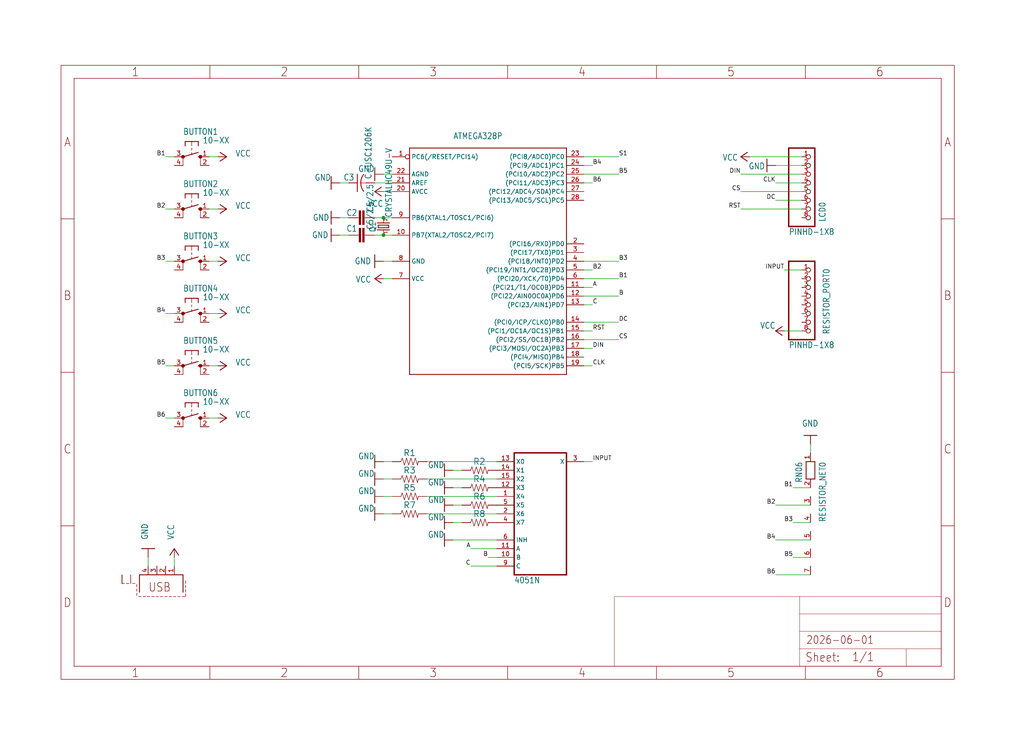
<source format=kicad_sch>
(kicad_sch (version 20231120) (generator "eeschema") (generator_version "8.0")
  (paper "User" 298.45 217.322)
  (lib_symbols
    (symbol "ohmmeter-eagle-import:10-XX"
      (property "Reference" "S" (at -6.35 -2.54 90))
      (symbol "10-XX_1_0"
        (circle (center 0 -2.54) (radius 0.127) (stroke (width 0.4064)))
        (polyline (pts (xy -4.445 -1.905) (xy -3.175 -1.905)) (stroke (width 0.254)))
        (polyline (pts (xy -4.445 0) (xy -4.445 -1.905)) (stroke (width 0.254)))
        (polyline (pts (xy -4.445 0) (xy -3.175 0)) (stroke (width 0.1524)))
        (polyline (pts (xy -4.445 1.905) (xy -4.445 0)) (stroke (width 0.254)))
        (polyline (pts (xy -4.445 1.905) (xy -3.175 1.905)) (stroke (width 0.254)))
        (polyline (pts (xy -2.54 0) (xy -1.905 0)) (stroke (width 0.1524)))
        (polyline (pts (xy -1.27 0) (xy -0.635 0)) (stroke (width 0.1524)))
        (polyline (pts (xy 0 -2.54) (xy -1.27 1.905)) (stroke (width 0.254)))
        (polyline (pts (xy 0 1.905) (xy 0 2.54)) (stroke (width 0.254)))
        (polyline (pts (xy 2.54 -2.54) (xy 0 -2.54)) (stroke (width 0.1524)))
        (polyline (pts (xy 2.54 2.54) (xy 0 2.54)) (stroke (width 0.1524)))
        (circle (center 0 2.54) (radius 0.127) (stroke (width 0.4064)))
        (pin passive line (at 0 5.08 270) (length 2.54) (name "S") (number "1"))
        (pin passive line (at 2.54 5.08 270) (length 2.54) (name "S1") (number "2"))
        (pin passive line (at 0 -5.08 90) (length 2.54) (name "P") (number "3"))
        (pin passive line (at 2.54 -5.08 90) (length 2.54) (name "P1") (number "4"))
      )
    )
    (symbol "ohmmeter-eagle-import:4051N"
      (property "Reference" "IC" (at -2.54 -0.635 0))
      (symbol "4051N_1_0"
        (polyline (pts (xy -7.62 -17.78) (xy 7.62 -17.78)) (stroke (width 0.4064)))
        (polyline (pts (xy -7.62 17.78) (xy -7.62 -17.78)) (stroke (width 0.4064)))
        (polyline (pts (xy 7.62 -17.78) (xy 7.62 17.78)) (stroke (width 0.4064)))
        (polyline (pts (xy 7.62 17.78) (xy -7.62 17.78)) (stroke (width 0.4064)))
        (pin bidirectional line (at -12.7 5.08 0) (length 5.08) (name "X4") (number "1"))
        (pin input line (at -12.7 -12.7 0) (length 5.08) (name "B") (number "10"))
        (pin input line (at -12.7 -10.16 0) (length 5.08) (name "A") (number "11"))
        (pin bidirectional line (at -12.7 7.62 0) (length 5.08) (name "X3") (number "12"))
        (pin bidirectional line (at -12.7 15.24 0) (length 5.08) (name "X0") (number "13"))
        (pin bidirectional line (at -12.7 12.7 0) (length 5.08) (name "X1") (number "14"))
        (pin bidirectional line (at -12.7 10.16 0) (length 5.08) (name "X2") (number "15"))
        (pin bidirectional line (at -12.7 0 0) (length 5.08) (name "X6") (number "2"))
        (pin bidirectional line (at 12.7 15.24 180) (length 5.08) (name "X") (number "3"))
        (pin bidirectional line (at -12.7 -2.54 0) (length 5.08) (name "X7") (number "4"))
        (pin bidirectional line (at -12.7 2.54 0) (length 5.08) (name "X5") (number "5"))
        (pin input line (at -12.7 -7.62 0) (length 5.08) (name "INH") (number "6"))
        (pin input line (at -12.7 -15.24 0) (length 5.08) (name "C") (number "9"))
      )
      (symbol "4051N_2_0"
        (text "GND" (at 1.905 -5.842 900) (effects (font (size 1.27 1.0795)) (justify left bottom)))
        (text "VCC" (at 1.905 2.54 900) (effects (font (size 1.27 1.0795)) (justify left bottom)))
        (text "VEE" (at -3.175 -5.842 900) (effects (font (size 1.27 1.0795)) (justify left bottom)))
        (pin power_in line (at 0 7.62 270) (length 5.08) (name "VCC") (number "16"))
        (pin power_in line (at -5.08 -7.62 90) (length 5.08) (name "VEE") (number "7"))
        (pin power_in line (at 0 -7.62 90) (length 5.08) (name "GND") (number "8"))
      )
    )
    (symbol "ohmmeter-eagle-import:A4L-LOC"
      (symbol "A4L-LOC_1_0"
        (polyline (pts (xy 0 44.7675) (xy 3.81 44.7675)))
        (polyline (pts (xy 0 89.535) (xy 3.81 89.535)))
        (polyline (pts (xy 0 134.3025) (xy 3.81 134.3025)))
        (polyline (pts (xy 3.81 3.81) (xy 3.81 175.26)))
        (polyline (pts (xy 43.3917 0) (xy 43.3917 3.81)))
        (polyline (pts (xy 43.3917 175.26) (xy 43.3917 179.07)))
        (polyline (pts (xy 86.7833 0) (xy 86.7833 3.81)))
        (polyline (pts (xy 86.7833 175.26) (xy 86.7833 179.07)))
        (polyline (pts (xy 130.175 0) (xy 130.175 3.81)))
        (polyline (pts (xy 130.175 175.26) (xy 130.175 179.07)))
        (polyline (pts (xy 161.29 3.81) (xy 161.29 24.13)) (stroke (width 0.1016)))
        (polyline (pts (xy 161.29 24.13) (xy 215.265 24.13)) (stroke (width 0.1016)))
        (polyline (pts (xy 173.5667 0) (xy 173.5667 3.81)))
        (polyline (pts (xy 173.5667 175.26) (xy 173.5667 179.07)))
        (polyline (pts (xy 215.265 8.89) (xy 215.265 3.81)) (stroke (width 0.1016)))
        (polyline (pts (xy 215.265 8.89) (xy 215.265 13.97)) (stroke (width 0.1016)))
        (polyline (pts (xy 215.265 13.97) (xy 215.265 19.05)) (stroke (width 0.1016)))
        (polyline (pts (xy 215.265 13.97) (xy 256.54 13.97)) (stroke (width 0.1016)))
        (polyline (pts (xy 215.265 19.05) (xy 215.265 24.13)) (stroke (width 0.1016)))
        (polyline (pts (xy 215.265 19.05) (xy 256.54 19.05)) (stroke (width 0.1016)))
        (polyline (pts (xy 215.265 24.13) (xy 256.54 24.13)) (stroke (width 0.1016)))
        (polyline (pts (xy 216.9583 0) (xy 216.9583 3.81)))
        (polyline (pts (xy 216.9583 175.26) (xy 216.9583 179.07)))
        (polyline (pts (xy 246.38 3.81) (xy 246.38 8.89)) (stroke (width 0.1016)))
        (polyline (pts (xy 246.38 8.89) (xy 215.265 8.89)) (stroke (width 0.1016)))
        (polyline (pts (xy 246.38 8.89) (xy 256.54 8.89)) (stroke (width 0.1016)))
        (polyline (pts (xy 256.54 3.81) (xy 3.81 3.81)))
        (polyline (pts (xy 256.54 3.81) (xy 256.54 8.89)) (stroke (width 0.1016)))
        (polyline (pts (xy 256.54 3.81) (xy 256.54 175.26)))
        (polyline (pts (xy 256.54 8.89) (xy 256.54 13.97)) (stroke (width 0.1016)))
        (polyline (pts (xy 256.54 13.97) (xy 256.54 19.05)) (stroke (width 0.1016)))
        (polyline (pts (xy 256.54 19.05) (xy 256.54 24.13)) (stroke (width 0.1016)))
        (polyline (pts (xy 256.54 44.7675) (xy 260.35 44.7675)))
        (polyline (pts (xy 256.54 89.535) (xy 260.35 89.535)))
        (polyline (pts (xy 256.54 134.3025) (xy 260.35 134.3025)))
        (polyline (pts (xy 256.54 175.26) (xy 3.81 175.26)))
        (polyline (pts (xy 0 0) (xy 260.35 0) (xy 260.35 179.07) (xy 0 179.07) (xy 0 0)))
        (text "${#}/${##}" (at 230.505 5.08 0) (effects (font (size 2.54 2.159)) (justify left bottom)))
        (text "${CURRENT_DATE}" (at 217.17 10.16 0) (effects (font (size 2.286 1.9431)) (justify left bottom)))
        (text "${PROJECTNAME}" (at 217.17 15.24 0) (effects (font (size 2.54 2.159)) (justify left bottom)))
        (text "1" (at 21.6958 1.905 0) (effects (font (size 2.54 2.286))))
        (text "1" (at 21.6958 177.165 0) (effects (font (size 2.54 2.286))))
        (text "2" (at 65.0875 1.905 0) (effects (font (size 2.54 2.286))))
        (text "2" (at 65.0875 177.165 0) (effects (font (size 2.54 2.286))))
        (text "3" (at 108.4792 1.905 0) (effects (font (size 2.54 2.286))))
        (text "3" (at 108.4792 177.165 0) (effects (font (size 2.54 2.286))))
        (text "4" (at 151.8708 1.905 0) (effects (font (size 2.54 2.286))))
        (text "4" (at 151.8708 177.165 0) (effects (font (size 2.54 2.286))))
        (text "5" (at 195.2625 1.905 0) (effects (font (size 2.54 2.286))))
        (text "5" (at 195.2625 177.165 0) (effects (font (size 2.54 2.286))))
        (text "6" (at 238.6542 1.905 0) (effects (font (size 2.54 2.286))))
        (text "6" (at 238.6542 177.165 0) (effects (font (size 2.54 2.286))))
        (text "A" (at 1.905 156.6863 0) (effects (font (size 2.54 2.286))))
        (text "A" (at 258.445 156.6863 0) (effects (font (size 2.54 2.286))))
        (text "B" (at 1.905 111.9188 0) (effects (font (size 2.54 2.286))))
        (text "B" (at 258.445 111.9188 0) (effects (font (size 2.54 2.286))))
        (text "C" (at 1.905 67.1513 0) (effects (font (size 2.54 2.286))))
        (text "C" (at 258.445 67.1513 0) (effects (font (size 2.54 2.286))))
        (text "D" (at 1.905 22.3838 0) (effects (font (size 2.54 2.286))))
        (text "D" (at 258.445 22.3838 0) (effects (font (size 2.54 2.286))))
        (text "Sheet:" (at 216.916 4.953 0) (effects (font (size 2.54 2.159)) (justify left bottom)))
      )
    )
    (symbol "ohmmeter-eagle-import:ATMEGA328P"
      (property "Reference" "IC" (at -17.78 -40.64 0))
      (symbol "ATMEGA328P_1_0"
        (polyline (pts (xy -17.78 -35.56) (xy -17.78 30.48)) (stroke (width 0.254)))
        (polyline (pts (xy -17.78 30.48) (xy 27.94 30.48)) (stroke (width 0.254)))
        (polyline (pts (xy 27.94 -35.56) (xy -17.78 -35.56)) (stroke (width 0.254)))
        (polyline (pts (xy 27.94 30.48) (xy 27.94 -35.56)) (stroke (width 0.254)))
        (pin bidirectional inverted (at -22.86 27.94 0) (length 5.08) (name "PC6(/RESET/PCI14)") (number "1"))
        (pin bidirectional line (at -22.86 5.08 0) (length 5.08) (name "PB7(XTAL2/TOSC2/PCI7)") (number "10"))
        (pin bidirectional line (at 33.02 -10.16 180) (length 5.08) (name "(PCI21/T1/OC0B)PD5") (number "11"))
        (pin bidirectional line (at 33.02 -12.7 180) (length 5.08) (name "(PCI22/AIN0OC0A)PD6") (number "12"))
        (pin bidirectional line (at 33.02 -15.24 180) (length 5.08) (name "(PCI23/AIN1)PD7") (number "13"))
        (pin bidirectional line (at 33.02 -20.32 180) (length 5.08) (name "(PCI0/ICP/CLKO)PB0") (number "14"))
        (pin bidirectional line (at 33.02 -22.86 180) (length 5.08) (name "(PCI1/OC1A/OC1S)PB1") (number "15"))
        (pin bidirectional line (at 33.02 -25.4 180) (length 5.08) (name "(PCI2/SS/OC1B)PB2") (number "16"))
        (pin bidirectional line (at 33.02 -27.94 180) (length 5.08) (name "(PCI3/MOSI/OC2A)PB3") (number "17"))
        (pin bidirectional line (at 33.02 -30.48 180) (length 5.08) (name "(PCI4/MISO)PB4") (number "18"))
        (pin bidirectional line (at 33.02 -33.02 180) (length 5.08) (name "(PCI5/SCK)PB5") (number "19"))
        (pin bidirectional line (at 33.02 2.54 180) (length 5.08) (name "(PCI16/RXD)PD0") (number "2"))
        (pin bidirectional line (at -22.86 17.78 0) (length 5.08) (name "AVCC") (number "20"))
        (pin bidirectional line (at -22.86 20.32 0) (length 5.08) (name "AREF") (number "21"))
        (pin bidirectional line (at -22.86 22.86 0) (length 5.08) (name "AGND") (number "22"))
        (pin bidirectional line (at 33.02 27.94 180) (length 5.08) (name "(PCI8/ADC0)PC0") (number "23"))
        (pin bidirectional line (at 33.02 25.4 180) (length 5.08) (name "(PCI9/ADC1)PC1") (number "24"))
        (pin bidirectional line (at 33.02 22.86 180) (length 5.08) (name "(PCI10/ADC2)PC2") (number "25"))
        (pin bidirectional line (at 33.02 20.32 180) (length 5.08) (name "(PCI11/ADC3)PC3") (number "26"))
        (pin bidirectional line (at 33.02 17.78 180) (length 5.08) (name "(PCI12/ADC4/SDA)PC4") (number "27"))
        (pin bidirectional line (at 33.02 15.24 180) (length 5.08) (name "(PCI13/ADC5/SCL)PC5") (number "28"))
        (pin bidirectional line (at 33.02 0 180) (length 5.08) (name "(PCI17/TXD)PD1") (number "3"))
        (pin bidirectional line (at 33.02 -2.54 180) (length 5.08) (name "(PCI18/INT0)PD2") (number "4"))
        (pin bidirectional line (at 33.02 -5.08 180) (length 5.08) (name "(PCI19/INT1/OC2B)PD3") (number "5"))
        (pin bidirectional line (at 33.02 -7.62 180) (length 5.08) (name "(PCI20/XCK/T0)PD4") (number "6"))
        (pin bidirectional line (at -22.86 -7.62 0) (length 5.08) (name "VCC") (number "7"))
        (pin bidirectional line (at -22.86 -2.54 0) (length 5.08) (name "GND") (number "8"))
        (pin bidirectional line (at -22.86 10.16 0) (length 5.08) (name "PB6(XTAL1/TOSC1/PCI6)") (number "9"))
      )
    )
    (symbol "ohmmeter-eagle-import:C-USC1206K"
      (property "Reference" "C" (at 1.016 0.635 0))
      (symbol "C-USC1206K_1_0"
        (arc (start 0 -1.0161) (mid -1.302 -1.2303) (end -2.4668 -1.8504) (stroke (width 0.254)))
        (polyline (pts (xy -2.54 0) (xy 2.54 0)) (stroke (width 0.254)))
        (polyline (pts (xy 0 -1.016) (xy 0 -2.54)) (stroke (width 0.1524)))
        (arc (start 2.4892 -1.8541) (mid 1.3158 -1.2194) (end 0 -1) (stroke (width 0.254)))
        (pin passive line (at 0 2.54 270) (length 2.54) (name "1") (number "1"))
        (pin passive line (at 0 -5.08 90) (length 2.54) (name "2") (number "2"))
      )
    )
    (symbol "ohmmeter-eagle-import:C5/2.5"
      (property "Reference" "C" (at 1.524 0.381 0))
      (symbol "C5/2.5_1_0"
        (rectangle (start -2.032 -2.032) (end 2.032 -1.524) (fill (type outline)))
        (rectangle (start -2.032 -1.016) (end 2.032 -0.508) (fill (type outline)))
        (polyline (pts (xy 0 -2.54) (xy 0 -2.032)) (stroke (width 0.1524)))
        (polyline (pts (xy 0 0) (xy 0 -0.508)) (stroke (width 0.1524)))
        (pin passive line (at 0 2.54 270) (length 2.54) (name "1") (number "1"))
        (pin passive line (at 0 -5.08 90) (length 2.54) (name "2") (number "2"))
      )
    )
    (symbol "ohmmeter-eagle-import:CRYSTALHC49U-V"
      (property "Reference" "Q" (at 2.54 1.016 0))
      (symbol "CRYSTALHC49U-V_1_0"
        (polyline (pts (xy -2.54 0) (xy -1.016 0)) (stroke (width 0.1524)))
        (polyline (pts (xy -1.016 1.778) (xy -1.016 -1.778)) (stroke (width 0.254)))
        (polyline (pts (xy -0.381 -1.524) (xy 0.381 -1.524)) (stroke (width 0.254)))
        (polyline (pts (xy -0.381 1.524) (xy -0.381 -1.524)) (stroke (width 0.254)))
        (polyline (pts (xy 0.381 -1.524) (xy 0.381 1.524)) (stroke (width 0.254)))
        (polyline (pts (xy 0.381 1.524) (xy -0.381 1.524)) (stroke (width 0.254)))
        (polyline (pts (xy 1.016 0) (xy 2.54 0)) (stroke (width 0.1524)))
        (polyline (pts (xy 1.016 1.778) (xy 1.016 -1.778)) (stroke (width 0.254)))
        (text "1" (at -2.159 -1.143 0) (effects (font (size 0.8636 0.734)) (justify left bottom)))
        (text "2" (at 1.524 -1.143 0) (effects (font (size 0.8636 0.734)) (justify left bottom)))
        (pin passive line (at -2.54 0 0) (length 0) (name "1") (number "1"))
        (pin passive line (at 2.54 0 180) (length 0) (name "2") (number "2"))
      )
    )
    (symbol "ohmmeter-eagle-import:GND" (power)
      (symbol "GND_1_0"
        (polyline (pts (xy -1.905 0) (xy 1.905 0)) (stroke (width 0.254)))
        (pin power_in line (at 0 2.54 270) (length 2.54) (name "GND") (number "1"))
      )
    )
    (symbol "ohmmeter-eagle-import:PINHD-1X8"
      (property "Reference" "JP" (at -6.35 13.335 0))
      (symbol "PINHD-1X8_1_0"
        (polyline (pts (xy -6.35 -10.16) (xy 1.27 -10.16)) (stroke (width 0.4064)))
        (polyline (pts (xy -6.35 12.7) (xy -6.35 -10.16)) (stroke (width 0.4064)))
        (polyline (pts (xy 1.27 -10.16) (xy 1.27 12.7)) (stroke (width 0.4064)))
        (polyline (pts (xy 1.27 12.7) (xy -6.35 12.7)) (stroke (width 0.4064)))
        (pin passive inverted (at -2.54 10.16 0) (length 2.54) (name "1") (number "1"))
        (pin passive inverted (at -2.54 7.62 0) (length 2.54) (name "2") (number "2"))
        (pin passive inverted (at -2.54 5.08 0) (length 2.54) (name "3") (number "3"))
        (pin passive inverted (at -2.54 2.54 0) (length 2.54) (name "4") (number "4"))
        (pin passive inverted (at -2.54 0 0) (length 2.54) (name "5") (number "5"))
        (pin passive inverted (at -2.54 -2.54 0) (length 2.54) (name "6") (number "6"))
        (pin passive inverted (at -2.54 -5.08 0) (length 2.54) (name "7") (number "7"))
        (pin passive inverted (at -2.54 -7.62 0) (length 2.54) (name "8") (number "8"))
      )
    )
    (symbol "ohmmeter-eagle-import:PN61729-S"
      (property "Reference" "X" (at 0 8.89 0))
      (symbol "PN61729-S_1_0"
        (polyline (pts (xy 0 -5.08) (xy 5.08 -5.08)) (stroke (width 0.254)))
        (polyline (pts (xy 0 7.62) (xy 0 -5.08)) (stroke (width 0.254)))
        (polyline (pts (xy 0 7.62) (xy 5.08 7.62)) (stroke (width 0.254)))
        (polyline (pts (xy 2.54 -10.16) (xy 2.54 -9.398)) (stroke (width 0.1524)))
        (polyline (pts (xy 2.54 -8.89) (xy 2.54 -8.128)) (stroke (width 0.1524)))
        (polyline (pts (xy 2.54 -7.112) (xy 2.54 -6.35)) (stroke (width 0.1524)))
        (polyline (pts (xy 2.54 8.382) (xy 1.778 8.382)) (stroke (width 0.1524)))
        (polyline (pts (xy 3.556 -5.842) (xy 2.794 -5.842)) (stroke (width 0.1524)))
        (polyline (pts (xy 3.81 8.382) (xy 3.048 8.382)) (stroke (width 0.1524)))
        (polyline (pts (xy 4.826 -5.842) (xy 4.064 -5.842)) (stroke (width 0.1524)))
        (polyline (pts (xy 5.08 8.382) (xy 4.318 8.382)) (stroke (width 0.1524)))
        (polyline (pts (xy 6.096 -5.842) (xy 5.334 -5.842)) (stroke (width 0.1524)))
        (polyline (pts (xy 6.35 -5.334) (xy 6.35 -4.572)) (stroke (width 0.1524)))
        (polyline (pts (xy 6.35 -4.064) (xy 6.35 -3.302)) (stroke (width 0.1524)))
        (polyline (pts (xy 6.35 -2.794) (xy 6.35 -2.032)) (stroke (width 0.1524)))
        (polyline (pts (xy 6.35 -1.524) (xy 6.35 -0.762)) (stroke (width 0.1524)))
        (polyline (pts (xy 6.35 -0.254) (xy 6.35 0.508)) (stroke (width 0.1524)))
        (polyline (pts (xy 6.35 1.016) (xy 6.35 1.778)) (stroke (width 0.1524)))
        (polyline (pts (xy 6.35 2.286) (xy 6.35 3.048)) (stroke (width 0.1524)))
        (polyline (pts (xy 6.35 3.556) (xy 6.35 4.318)) (stroke (width 0.1524)))
        (polyline (pts (xy 6.35 4.826) (xy 6.35 5.588)) (stroke (width 0.1524)))
        (polyline (pts (xy 6.35 6.096) (xy 6.35 6.858)) (stroke (width 0.1524)))
        (polyline (pts (xy 6.35 7.366) (xy 6.35 8.128)) (stroke (width 0.1524)))
        (polyline (pts (xy 6.35 8.382) (xy 5.588 8.382)) (stroke (width 0.1524)))
        (text "USB" (at 5.08 -2.54 900) (effects (font (size 2.54 2.159)) (justify left bottom)))
        (pin passive line (at -2.54 5.08 0) (length 2.54) (name "1") (number "1"))
        (pin passive line (at -2.54 2.54 0) (length 2.54) (name "2") (number "2"))
        (pin passive line (at -2.54 0 0) (length 2.54) (name "3") (number "3"))
        (pin passive line (at -2.54 -2.54 0) (length 2.54) (name "4") (number "4"))
        (pin passive line (at 0 -7.62 0) (length 2.54) (name "S1") (number "S1"))
        (pin passive line (at 0 -10.16 0) (length 2.54) (name "S2") (number "S2"))
      )
    )
    (symbol "ohmmeter-eagle-import:RESISTORAXIAL-0.3"
      (property "Reference" "R" (at 0 1.524 0))
      (symbol "RESISTORAXIAL-0.3_1_0"
        (polyline (pts (xy -2.54 0) (xy -2.159 1.016)) (stroke (width 0.1524)))
        (polyline (pts (xy -2.159 1.016) (xy -1.524 -1.016)) (stroke (width 0.1524)))
        (polyline (pts (xy -1.524 -1.016) (xy -0.889 1.016)) (stroke (width 0.1524)))
        (polyline (pts (xy -0.889 1.016) (xy -0.254 -1.016)) (stroke (width 0.1524)))
        (polyline (pts (xy -0.254 -1.016) (xy 0.381 1.016)) (stroke (width 0.1524)))
        (polyline (pts (xy 0.381 1.016) (xy 1.016 -1.016)) (stroke (width 0.1524)))
        (polyline (pts (xy 1.016 -1.016) (xy 1.651 1.016)) (stroke (width 0.1524)))
        (polyline (pts (xy 1.651 1.016) (xy 2.286 -1.016)) (stroke (width 0.1524)))
        (polyline (pts (xy 2.286 -1.016) (xy 2.54 0)) (stroke (width 0.1524)))
        (pin passive line (at -5.08 0 0) (length 2.54) (name "1") (number "P$1"))
        (pin passive line (at 5.08 0 180) (length 2.54) (name "2") (number "P$2"))
      )
    )
    (symbol "ohmmeter-eagle-import:RN06"
      (property "Reference" "RN" (at -2.54 2.54 0))
      (symbol "RN06_1_0"
        (polyline (pts (xy -2.54 -1.27) (xy 2.54 -1.27)) (stroke (width 0.254)))
        (polyline (pts (xy -2.54 1.27) (xy -2.54 -1.27)) (stroke (width 0.254)))
        (polyline (pts (xy 2.54 -1.27) (xy 2.54 1.27)) (stroke (width 0.254)))
        (polyline (pts (xy 2.54 1.27) (xy -2.54 1.27)) (stroke (width 0.254)))
        (pin passive line (at -5.08 0 0) (length 2.54) (name "1") (number "1"))
        (pin passive line (at 5.08 0 180) (length 2.54) (name "2") (number "2"))
        (pin passive line (at 10.16 0 180) (length 2.54) (name "3") (number "3"))
        (pin passive line (at 15.24 0 180) (length 2.54) (name "4") (number "4"))
        (pin passive line (at 20.32 0 180) (length 2.54) (name "5") (number "5"))
        (pin passive line (at 25.4 0 180) (length 2.54) (name "6") (number "6"))
        (pin passive line (at 30.48 0 180) (length 2.54) (name "7") (number "7"))
      )
    )
    (symbol "ohmmeter-eagle-import:VCC" (power)
      (symbol "VCC_1_0"
        (polyline (pts (xy 0 0) (xy -1.27 -1.905)) (stroke (width 0.254)))
        (polyline (pts (xy 1.27 -1.905) (xy 0 0)) (stroke (width 0.254)))
        (pin power_in line (at 0 -2.54 90) (length 2.54) (name "VCC") (number "1"))
      )
    )
  )
  (junction (at 111.76 68.58))
  (junction (at 111.76 63.5))
  (wire (pts (xy 170.18 88.9) (xy 172.72 88.9)) (stroke (width 0.1524)))
  (wire (pts (xy 170.18 76.2) (xy 180.34 76.2)) (stroke (width 0.1524)))
  (wire (pts (xy 228.6 96.52) (xy 233.68 96.52)) (stroke (width 0.1524)))
  (wire (pts (xy 111.76 144.78) (xy 114.3 144.78)) (stroke (width 0.1524)))
  (wire (pts (xy 99.06 63.5) (xy 101.6 63.5)) (stroke (width 0.1524)))
  (wire (pts (xy 233.68 48.26) (xy 226.06 48.26)) (stroke (width 0.1524)))
  (wire (pts (xy 132.08 152.4) (xy 134.62 152.4)) (stroke (width 0.1524)))
  (wire (pts (xy 111.76 149.86) (xy 114.3 149.86)) (stroke (width 0.1524)))
  (wire (pts (xy 132.08 147.32) (xy 134.62 147.32)) (stroke (width 0.1524)))
  (wire (pts (xy 60.96 91.44) (xy 63.5 91.44)) (stroke (width 0.1524)))
  (wire (pts (xy 124.46 139.7) (xy 144.78 139.7)) (stroke (width 0.1524)))
  (wire (pts (xy 236.22 152.4) (xy 231.14 152.4)) (stroke (width 0.1524)))
  (wire (pts (xy 109.22 68.58) (xy 111.76 68.58)) (stroke (width 0.1524)))
  (wire (pts (xy 170.18 48.26) (xy 172.72 48.26)) (stroke (width 0.1524)))
  (wire (pts (xy 170.18 99.06) (xy 180.34 99.06)) (stroke (width 0.1524)))
  (wire (pts (xy 236.22 142.24) (xy 231.14 142.24)) (stroke (width 0.1524)))
  (wire (pts (xy 236.22 129.54) (xy 236.22 132.08)) (stroke (width 0.1524)))
  (wire (pts (xy 109.22 53.34) (xy 114.3 53.34)) (stroke (width 0.1524)))
  (wire (pts (xy 111.76 50.8) (xy 114.3 50.8)) (stroke (width 0.1524)))
  (wire (pts (xy 124.46 144.78) (xy 144.78 144.78)) (stroke (width 0.1524)))
  (wire (pts (xy 132.08 142.24) (xy 134.62 142.24)) (stroke (width 0.1524)))
  (wire (pts (xy 170.18 53.34) (xy 172.72 53.34)) (stroke (width 0.1524)))
  (wire (pts (xy 233.68 50.8) (xy 215.9 50.8)) (stroke (width 0.1524)))
  (wire (pts (xy 144.78 165.1) (xy 137.16 165.1)) (stroke (width 0.1524)))
  (wire (pts (xy 170.18 93.98) (xy 180.34 93.98)) (stroke (width 0.1524)))
  (wire (pts (xy 236.22 157.48) (xy 226.06 157.48)) (stroke (width 0.1524)))
  (wire (pts (xy 144.78 160.02) (xy 137.16 160.02)) (stroke (width 0.1524)))
  (wire (pts (xy 111.76 76.2) (xy 114.3 76.2)) (stroke (width 0.1524)))
  (wire (pts (xy 236.22 147.32) (xy 226.06 147.32)) (stroke (width 0.1524)))
  (wire (pts (xy 233.68 78.74) (xy 228.6 78.74)) (stroke (width 0.1524)))
  (wire (pts (xy 99.06 53.34) (xy 101.6 53.34)) (stroke (width 0.1524)))
  (wire (pts (xy 233.68 45.72) (xy 218.44 45.72)) (stroke (width 0.1524)))
  (wire (pts (xy 60.96 76.2) (xy 63.5 76.2)) (stroke (width 0.1524)))
  (wire (pts (xy 111.76 81.28) (xy 114.3 81.28)) (stroke (width 0.1524)))
  (wire (pts (xy 109.22 63.5) (xy 111.76 63.5)) (stroke (width 0.1524)))
  (wire (pts (xy 60.96 45.72) (xy 63.5 45.72)) (stroke (width 0.1524)))
  (wire (pts (xy 99.06 68.58) (xy 101.6 68.58)) (stroke (width 0.1524)))
  (wire (pts (xy 170.18 134.62) (xy 172.72 134.62)) (stroke (width 0.1524)))
  (wire (pts (xy 170.18 101.6) (xy 172.72 101.6)) (stroke (width 0.1524)))
  (wire (pts (xy 60.96 106.68) (xy 63.5 106.68)) (stroke (width 0.1524)))
  (wire (pts (xy 233.68 53.34) (xy 226.06 53.34)) (stroke (width 0.1524)))
  (wire (pts (xy 170.18 96.52) (xy 172.72 96.52)) (stroke (width 0.1524)))
  (wire (pts (xy 50.8 45.72) (xy 48.26 45.72)) (stroke (width 0.1524)))
  (wire (pts (xy 111.76 63.5) (xy 114.3 63.5)) (stroke (width 0.1524)))
  (wire (pts (xy 170.18 45.72) (xy 180.34 45.72)) (stroke (width 0.1524)))
  (wire (pts (xy 124.46 149.86) (xy 144.78 149.86)) (stroke (width 0.1524)))
  (wire (pts (xy 50.8 106.68) (xy 48.26 106.68)) (stroke (width 0.1524)))
  (wire (pts (xy 43.18 162.56) (xy 43.18 165.1)) (stroke (width 0.1524)))
  (wire (pts (xy 233.68 58.42) (xy 226.06 58.42)) (stroke (width 0.1524)))
  (wire (pts (xy 50.8 76.2) (xy 48.26 76.2)) (stroke (width 0.1524)))
  (wire (pts (xy 233.68 60.96) (xy 215.9 60.96)) (stroke (width 0.1524)))
  (wire (pts (xy 50.8 91.44) (xy 48.26 91.44)) (stroke (width 0.1524)))
  (wire (pts (xy 170.18 86.36) (xy 180.34 86.36)) (stroke (width 0.1524)))
  (wire (pts (xy 124.46 134.62) (xy 144.78 134.62)) (stroke (width 0.1524)))
  (wire (pts (xy 111.76 139.7) (xy 114.3 139.7)) (stroke (width 0.1524)))
  (wire (pts (xy 170.18 81.28) (xy 180.34 81.28)) (stroke (width 0.1524)))
  (wire (pts (xy 236.22 167.64) (xy 226.06 167.64)) (stroke (width 0.1524)))
  (wire (pts (xy 60.96 60.96) (xy 63.5 60.96)) (stroke (width 0.1524)))
  (wire (pts (xy 50.8 60.96) (xy 48.26 60.96)) (stroke (width 0.1524)))
  (wire (pts (xy 170.18 83.82) (xy 172.72 83.82)) (stroke (width 0.1524)))
  (wire (pts (xy 132.08 157.48) (xy 144.78 157.48)) (stroke (width 0.1524)))
  (wire (pts (xy 170.18 106.68) (xy 172.72 106.68)) (stroke (width 0.1524)))
  (wire (pts (xy 233.68 55.88) (xy 215.9 55.88)) (stroke (width 0.1524)))
  (wire (pts (xy 60.96 121.92) (xy 63.5 121.92)) (stroke (width 0.1524)))
  (wire (pts (xy 170.18 50.8) (xy 180.34 50.8)) (stroke (width 0.1524)))
  (wire (pts (xy 170.18 78.74) (xy 172.72 78.74)) (stroke (width 0.1524)))
  (wire (pts (xy 50.8 121.92) (xy 48.26 121.92)) (stroke (width 0.1524)))
  (wire (pts (xy 50.8 162.56) (xy 50.8 165.1)) (stroke (width 0.1524)))
  (wire (pts (xy 111.76 134.62) (xy 114.3 134.62)) (stroke (width 0.1524)))
  (wire (pts (xy 144.78 162.56) (xy 142.24 162.56)) (stroke (width 0.1524)))
  (wire (pts (xy 236.22 162.56) (xy 231.14 162.56)) (stroke (width 0.1524)))
  (wire (pts (xy 111.76 68.58) (xy 114.3 68.58)) (stroke (width 0.1524)))
  (wire (pts (xy 111.76 55.88) (xy 114.3 55.88)) (stroke (width 0.1524)))
  (wire (pts (xy 132.08 137.16) (xy 134.62 137.16)) (stroke (width 0.1524)))
  (label "DC" (at 226.06 58.42 180) (effects (font (size 1.2446 1.2446))))
  (label "B4" (at 48.26 91.44 180) (effects (font (size 1.2446 1.2446))))
  (label "CLK" (at 226.06 53.34 180) (effects (font (size 1.2446 1.2446))))
  (label "DC" (at 180.34 93.98 0) (effects (font (size 1.2446 1.2446))))
  (label "INPUT" (at 228.6 78.74 180) (effects (font (size 1.2446 1.2446))))
  (label "CLK" (at 172.72 106.68 0) (effects (font (size 1.2446 1.2446))))
  (label "B1" (at 180.34 81.28 0) (effects (font (size 1.2446 1.2446))))
  (label "S1" (at 180.34 45.72 0) (effects (font (size 1.2446 1.2446))))
  (label "B2" (at 172.72 78.74 0) (effects (font (size 1.2446 1.2446))))
  (label "INPUT" (at 172.72 134.62 0) (effects (font (size 1.2446 1.2446))))
  (label "B5" (at 231.14 162.56 180) (effects (font (size 1.2446 1.2446))))
  (label "B6" (at 48.26 121.92 180) (effects (font (size 1.2446 1.2446))))
  (label "C" (at 172.72 88.9 0) (effects (font (size 1.2446 1.2446))))
  (label "A" (at 172.72 83.82 0) (effects (font (size 1.2446 1.2446))))
  (label "B6" (at 226.06 167.64 180) (effects (font (size 1.2446 1.2446))))
  (label "B4" (at 172.72 48.26 0) (effects (font (size 1.2446 1.2446))))
  (label "B5" (at 180.34 50.8 0) (effects (font (size 1.2446 1.2446))))
  (label "B3" (at 180.34 76.2 0) (effects (font (size 1.2446 1.2446))))
  (label "B3" (at 231.14 152.4 180) (effects (font (size 1.2446 1.2446))))
  (label "B1" (at 231.14 142.24 180) (effects (font (size 1.2446 1.2446))))
  (label "B4" (at 226.06 157.48 180) (effects (font (size 1.2446 1.2446))))
  (label "RST" (at 215.9 60.96 180) (effects (font (size 1.2446 1.2446))))
  (label "B1" (at 48.26 45.72 180) (effects (font (size 1.2446 1.2446))))
  (label "B" (at 180.34 86.36 0) (effects (font (size 1.2446 1.2446))))
  (label "B2" (at 226.06 147.32 180) (effects (font (size 1.2446 1.2446))))
  (label "B6" (at 172.72 53.34 0) (effects (font (size 1.2446 1.2446))))
  (label "B3" (at 48.26 76.2 180) (effects (font (size 1.2446 1.2446))))
  (label "B2" (at 48.26 60.96 180) (effects (font (size 1.2446 1.2446))))
  (label "DIN" (at 172.72 101.6 0) (effects (font (size 1.2446 1.2446))))
  (label "CS" (at 180.34 99.06 0) (effects (font (size 1.2446 1.2446))))
  (label "CS" (at 215.9 55.88 180) (effects (font (size 1.2446 1.2446))))
  (label "B5" (at 48.26 106.68 180) (effects (font (size 1.2446 1.2446))))
  (label "DIN" (at 215.9 50.8 180) (effects (font (size 1.2446 1.2446))))
  (label "B" (at 142.24 162.56 180) (effects (font (size 1.2446 1.2446))))
  (label "A" (at 137.16 160.02 180) (effects (font (size 1.2446 1.2446))))
  (label "C" (at 137.16 165.1 180) (effects (font (size 1.2446 1.2446))))
  (label "RST" (at 172.72 96.52 0) (effects (font (size 1.2446 1.2446))))
  (symbol (lib_id "ohmmeter-eagle-import:VCC") (at 66.04 76.2 270) (unit 1)
    (property "Reference" "#P+8" (effects (hide yes)))
    (property "Value" "VCC" (at 68.58 76.2 90) (effects (font (size 1.778 1.5113)) (justify left bottom)))
  )
  (symbol (lib_id "ohmmeter-eagle-import:GND") (at 236.22 127 180) (unit 1)
    (property "Reference" "#GND7" (effects (hide yes)))
    (property "Value" "GND" (at 233.68 124.46 0) (effects (font (size 1.778 1.5113)) (justify right top)))
  )
  (symbol (lib_id "ohmmeter-eagle-import:VCC") (at 226.06 96.52 90) (unit 1)
    (property "Reference" "#P+4" (effects (hide yes)))
    (property "Value" "VCC" (at 226.06 93.98 90) (effects (font (size 1.778 1.5113)) (justify left bottom)))
  )
  (symbol (lib_id "ohmmeter-eagle-import:GND") (at 109.22 144.78 270) (unit 1)
    (property "Reference" "#GND11" (effects (hide yes)))
    (property "Value" "GND" (at 109.22 142.24 90) (effects (font (size 1.778 1.5113)) (justify right top)))
  )
  (symbol (lib_id "ohmmeter-eagle-import:PN61729-S") (at 45.72 167.64 270) (unit 1)
    (property "Reference" "X1" (effects (hide yes)))
    (property "Value" "PN61729-S" (effects (hide yes)))
    (property "Footprint" "ohmmeter:PN61729-S" (effects (hide yes)))
  )
  (symbol (lib_id "ohmmeter-eagle-import:GND") (at 96.52 53.34 270) (unit 1)
    (property "Reference" "#GND17" (effects (hide yes)))
    (property "Value" "GND" (at 96.52 50.8 90) (effects (font (size 1.778 1.5113)) (justify right top)))
  )
  (symbol (lib_id "ohmmeter-eagle-import:VCC") (at 66.04 106.68 270) (unit 1)
    (property "Reference" "#P+6" (effects (hide yes)))
    (property "Value" "VCC" (at 68.58 106.68 90) (effects (font (size 1.778 1.5113)) (justify left bottom)))
  )
  (symbol (lib_id "ohmmeter-eagle-import:VCC") (at 109.22 55.88 90) (unit 1)
    (property "Reference" "#P+2" (effects (hide yes)))
    (property "Value" "VCC" (at 111.76 58.42 90) (effects (font (size 1.778 1.5113)) (justify left bottom)))
  )
  (symbol (lib_id "ohmmeter-eagle-import:RESISTORAXIAL-0.3") (at 139.7 152.4 0) (unit 1)
    (property "Reference" "R8" (at 139.7 150.876 0) (effects (font (size 1.778 1.778)) (justify bottom)))
    (property "Footprint" "ohmmeter:AXIAL-0.3" (effects (hide yes)))
  )
  (symbol (lib_id "ohmmeter-eagle-import:RESISTORAXIAL-0.3") (at 139.7 137.16 0) (unit 1)
    (property "Reference" "R2" (at 139.7 135.636 0) (effects (font (size 1.778 1.778)) (justify bottom)))
    (property "Footprint" "ohmmeter:AXIAL-0.3" (effects (hide yes)))
  )
  (symbol (lib_id "ohmmeter-eagle-import:RESISTORAXIAL-0.3") (at 139.7 142.24 0) (unit 1)
    (property "Reference" "R4" (at 139.7 140.716 0) (effects (font (size 1.778 1.778)) (justify bottom)))
    (property "Footprint" "ohmmeter:AXIAL-0.3" (effects (hide yes)))
  )
  (symbol (lib_id "ohmmeter-eagle-import:GND") (at 96.52 63.5 270) (unit 1)
    (property "Reference" "#GND6" (effects (hide yes)))
    (property "Value" "GND" (at 96.012 62.484 90) (effects (font (size 1.778 1.5113)) (justify right top)))
  )
  (symbol (lib_id "ohmmeter-eagle-import:GND") (at 109.22 134.62 270) (unit 1)
    (property "Reference" "#GND13" (effects (hide yes)))
    (property "Value" "GND" (at 109.22 132.08 90) (effects (font (size 1.778 1.5113)) (justify right top)))
  )
  (symbol (lib_id "ohmmeter-eagle-import:GND") (at 109.22 76.2 270) (unit 1)
    (property "Reference" "#GND1" (effects (hide yes)))
    (property "Value" "GND" (at 108.204 75.184 90) (effects (font (size 1.778 1.5113)) (justify right top)))
  )
  (symbol (lib_id "ohmmeter-eagle-import:VCC") (at 66.04 45.72 270) (unit 1)
    (property "Reference" "#P+7" (effects (hide yes)))
    (property "Value" "VCC" (at 68.58 45.72 90) (effects (font (size 1.778 1.5113)) (justify left bottom)))
  )
  (symbol (lib_id "ohmmeter-eagle-import:10-XX") (at 55.88 106.68 270) (unit 1)
    (property "Reference" "BUTTON5" (at 53.34 100.33 90) (effects (font (size 1.778 1.5113)) (justify left bottom)))
    (property "Value" "10-XX" (at 59.055 102.87 90) (effects (font (size 1.778 1.5113)) (justify left bottom)))
    (property "Footprint" "ohmmeter:B3F-10XX" (effects (hide yes)))
  )
  (symbol (lib_id "ohmmeter-eagle-import:10-XX") (at 55.88 45.72 270) (unit 1)
    (property "Reference" "BUTTON1" (at 53.34 39.37 90) (effects (font (size 1.778 1.5113)) (justify left bottom)))
    (property "Value" "10-XX" (at 59.055 41.91 90) (effects (font (size 1.778 1.5113)) (justify left bottom)))
    (property "Footprint" "ohmmeter:B3F-10XX" (effects (hide yes)))
  )
  (symbol (lib_id "ohmmeter-eagle-import:C5/2.5") (at 104.14 68.58 90) (unit 1)
    (property "Reference" "C1" (at 104.14 65.659 90) (effects (font (size 1.778 1.5113)) (justify left bottom)))
    (property "Value" "C5/2.5" (at 108.839 67.056 0) (effects (font (size 1.778 1.5113)) (justify left bottom)))
    (property "Footprint" "ohmmeter:C5B2.5" (effects (hide yes)))
  )
  (symbol (lib_id "ohmmeter-eagle-import:10-XX") (at 55.88 121.92 270) (unit 1)
    (property "Reference" "BUTTON6" (at 53.34 115.57 90) (effects (font (size 1.778 1.5113)) (justify left bottom)))
    (property "Value" "10-XX" (at 59.055 118.11 90) (effects (font (size 1.778 1.5113)) (justify left bottom)))
    (property "Footprint" "ohmmeter:B3F-10XX" (effects (hide yes)))
  )
  (symbol (lib_id "ohmmeter-eagle-import:RESISTORAXIAL-0.3") (at 139.7 147.32 0) (unit 1)
    (property "Reference" "R6" (at 139.7 145.796 0) (effects (font (size 1.778 1.778)) (justify bottom)))
    (property "Footprint" "ohmmeter:AXIAL-0.3" (effects (hide yes)))
  )
  (symbol (lib_id "ohmmeter-eagle-import:GND") (at 43.18 160.02 180) (unit 1)
    (property "Reference" "#GND8" (effects (hide yes)))
    (property "Value" "GND" (at 43.18 157.48 90) (effects (font (size 1.778 1.5113)) (justify right top)))
  )
  (symbol (lib_id "ohmmeter-eagle-import:GND") (at 109.22 139.7 270) (unit 1)
    (property "Reference" "#GND12" (effects (hide yes)))
    (property "Value" "GND" (at 109.22 137.16 90) (effects (font (size 1.778 1.5113)) (justify right top)))
  )
  (symbol (lib_id "ohmmeter-eagle-import:VCC") (at 50.8 160.02 0) (unit 1)
    (property "Reference" "#P+5" (effects (hide yes)))
    (property "Value" "VCC" (at 50.8 157.48 90) (effects (font (size 1.778 1.5113)) (justify left bottom)))
  )
  (symbol (lib_id "ohmmeter-eagle-import:VCC") (at 66.04 60.96 270) (unit 1)
    (property "Reference" "#P+9" (effects (hide yes)))
    (property "Value" "VCC" (at 68.58 60.96 90) (effects (font (size 1.778 1.5113)) (justify left bottom)))
  )
  (symbol (lib_id "ohmmeter-eagle-import:A4L-LOC") (at 17.78 198.12 0) (unit 1)
    (property "Reference" "#FRAME1" (effects (hide yes)))
    (property "Value" "A4L-LOC" (effects (hide yes)))
  )
  (symbol (lib_id "ohmmeter-eagle-import:VCC") (at 66.04 121.92 270) (unit 1)
    (property "Reference" "#P+10" (effects (hide yes)))
    (property "Value" "VCC" (at 68.58 121.92 90) (effects (font (size 1.778 1.5113)) (justify left bottom)))
  )
  (symbol (lib_id "ohmmeter-eagle-import:GND") (at 129.54 147.32 270) (unit 1)
    (property "Reference" "#GND16" (effects (hide yes)))
    (property "Value" "GND" (at 129.54 144.78 90) (effects (font (size 1.778 1.5113)) (justify right top)))
  )
  (symbol (lib_id "ohmmeter-eagle-import:CRYSTALHC49U-V") (at 111.76 66.04 90) (unit 1)
    (property "Reference" "Q1" (at 107.696 64.516 0) (effects (font (size 1.778 1.5113)) (justify right top)))
    (property "Value" "CRYSTALHC49U-V" (at 114.3 63.5 0) (effects (font (size 1.778 1.5113)) (justify left bottom)))
    (property "Footprint" "ohmmeter:HC49U-V" (effects (hide yes)))
  )
  (symbol (lib_id "ohmmeter-eagle-import:PINHD-1X8") (at 236.22 55.88 0) (unit 1)
    (property "Reference" "LCD0" (at 240.665 64.77 90) (effects (font (size 1.778 1.5113)) (justify left bottom)))
    (property "Value" "PINHD-1X8" (at 229.87 68.58 0) (effects (font (size 1.778 1.5113)) (justify left bottom)))
    (property "Footprint" "ohmmeter:1X08" (effects (hide yes)))
  )
  (symbol (lib_id "ohmmeter-eagle-import:RN06") (at 236.22 137.16 270) (unit 1)
    (property "Reference" "RESISTOR_NET0" (at 238.76 134.62 0) (effects (font (size 1.778 1.5113)) (justify left bottom)))
    (property "Value" "RN06" (at 231.902 134.62 0) (effects (font (size 1.778 1.5113)) (justify left bottom)))
    (property "Footprint" "ohmmeter:RN-7" (effects (hide yes)))
  )
  (symbol (lib_id "ohmmeter-eagle-import:GND") (at 109.22 50.8 270) (unit 1)
    (property "Reference" "#GND2" (effects (hide yes)))
    (property "Value" "GND" (at 109.22 48.26 90) (effects (font (size 1.778 1.5113)) (justify right top)))
  )
  (symbol (lib_id "ohmmeter-eagle-import:C-USC1206K") (at 104.14 53.34 90) (unit 1)
    (property "Reference" "C3" (at 100.076 52.705 90) (effects (font (size 1.778 1.5113)) (justify right top)))
    (property "Value" "C-USC1206K" (at 108.331 52.324 0) (effects (font (size 1.778 1.5113)) (justify left bottom)))
    (property "Footprint" "ohmmeter:C1206K" (effects (hide yes)))
  )
  (symbol (lib_id "ohmmeter-eagle-import:GND") (at 109.22 149.86 270) (unit 1)
    (property "Reference" "#GND10" (effects (hide yes)))
    (property "Value" "GND" (at 109.22 147.32 90) (effects (font (size 1.778 1.5113)) (justify right top)))
  )
  (symbol (lib_id "ohmmeter-eagle-import:10-XX") (at 55.88 60.96 270) (unit 1)
    (property "Reference" "BUTTON2" (at 53.34 54.61 90) (effects (font (size 1.778 1.5113)) (justify left bottom)))
    (property "Value" "10-XX" (at 59.055 57.15 90) (effects (font (size 1.778 1.5113)) (justify left bottom)))
    (property "Footprint" "ohmmeter:B3F-10XX" (effects (hide yes)))
  )
  (symbol (lib_id "ohmmeter-eagle-import:4051N") (at 157.48 149.86 0) (unit 1)
    (property "Reference" "IC2" (effects (hide yes)))
    (property "Value" "4051N" (at 149.86 170.18 0) (effects (font (size 1.778 1.5113)) (justify left bottom)))
    (property "Footprint" "ohmmeter:DIL16" (effects (hide yes)))
  )
  (symbol (lib_id "ohmmeter-eagle-import:GND") (at 129.54 152.4 270) (unit 1)
    (property "Reference" "#GND9" (effects (hide yes)))
    (property "Value" "GND" (at 129.54 149.86 90) (effects (font (size 1.778 1.5113)) (justify right top)))
  )
  (symbol (lib_id "ohmmeter-eagle-import:PINHD-1X8") (at 236.22 88.9 0) (unit 1)
    (property "Reference" "RESISTOR_PORT0" (at 239.903 78.232 90) (effects (font (size 1.778 1.5113)) (justify right top)))
    (property "Value" "PINHD-1X8" (at 229.87 101.6 0) (effects (font (size 1.778 1.5113)) (justify left bottom)))
    (property "Footprint" "ohmmeter:1X08" (effects (hide yes)))
  )
  (symbol (lib_id "ohmmeter-eagle-import:VCC") (at 109.22 81.28 90) (unit 1)
    (property "Reference" "#P+1" (effects (hide yes)))
    (property "Value" "VCC" (at 108.204 80.518 90) (effects (font (size 1.778 1.5113)) (justify left bottom)))
  )
  (symbol (lib_id "ohmmeter-eagle-import:RESISTORAXIAL-0.3") (at 119.38 144.78 0) (unit 1)
    (property "Reference" "R5" (at 119.38 143.256 0) (effects (font (size 1.778 1.778)) (justify bottom)))
    (property "Footprint" "ohmmeter:AXIAL-0.3" (effects (hide yes)))
  )
  (symbol (lib_id "ohmmeter-eagle-import:GND") (at 129.54 142.24 270) (unit 1)
    (property "Reference" "#GND15" (effects (hide yes)))
    (property "Value" "GND" (at 129.54 139.7 90) (effects (font (size 1.778 1.5113)) (justify right top)))
  )
  (symbol (lib_id "ohmmeter-eagle-import:RESISTORAXIAL-0.3") (at 119.38 149.86 0) (unit 1)
    (property "Reference" "R7" (at 119.38 148.336 0) (effects (font (size 1.778 1.778)) (justify bottom)))
    (property "Footprint" "ohmmeter:AXIAL-0.3" (effects (hide yes)))
  )
  (symbol (lib_id "ohmmeter-eagle-import:GND") (at 223.52 48.26 270) (unit 1)
    (property "Reference" "#GND3" (effects (hide yes)))
    (property "Value" "GND" (at 223.012 47.498 90) (effects (font (size 1.778 1.5113)) (justify right top)))
  )
  (symbol (lib_id "ohmmeter-eagle-import:C5/2.5") (at 104.14 63.5 90) (unit 1)
    (property "Reference" "C2" (at 104.14 61.087 90) (effects (font (size 1.778 1.5113)) (justify left bottom)))
    (property "Value" "C5/2.5" (at 108.839 61.976 0) (effects (font (size 1.778 1.5113)) (justify left bottom)))
    (property "Footprint" "ohmmeter:C5B2.5" (effects (hide yes)))
  )
  (symbol (lib_id "ohmmeter-eagle-import:GND") (at 129.54 137.16 270) (unit 1)
    (property "Reference" "#GND14" (effects (hide yes)))
    (property "Value" "GND" (at 129.54 134.62 90) (effects (font (size 1.778 1.5113)) (justify right top)))
  )
  (symbol (lib_id "ohmmeter-eagle-import:GND") (at 96.52 68.58 270) (unit 1)
    (property "Reference" "#GND5" (effects (hide yes)))
    (property "Value" "GND" (at 95.758 67.564 90) (effects (font (size 1.778 1.5113)) (justify right top)))
  )
  (symbol (lib_id "ohmmeter-eagle-import:10-XX") (at 55.88 91.44 270) (unit 1)
    (property "Reference" "BUTTON4" (at 53.34 85.09 90) (effects (font (size 1.778 1.5113)) (justify left bottom)))
    (property "Value" "10-XX" (at 59.055 87.63 90) (effects (font (size 1.778 1.5113)) (justify left bottom)))
    (property "Footprint" "ohmmeter:B3F-10XX" (effects (hide yes)))
  )
  (symbol (lib_id "ohmmeter-eagle-import:VCC") (at 66.04 91.44 270) (unit 1)
    (property "Reference" "#P+11" (effects (hide yes)))
    (property "Value" "VCC" (at 68.58 91.44 90) (effects (font (size 1.778 1.5113)) (justify left bottom)))
  )
  (symbol (lib_id "ohmmeter-eagle-import:GND") (at 129.54 157.48 270) (unit 1)
    (property "Reference" "#GND4" (effects (hide yes)))
    (property "Value" "GND" (at 129.54 154.94 90) (effects (font (size 1.778 1.5113)) (justify right top)))
  )
  (symbol (lib_id "ohmmeter-eagle-import:VCC") (at 215.9 45.72 90) (unit 1)
    (property "Reference" "#P+3" (effects (hide yes)))
    (property "Value" "VCC" (at 215.138 44.958 90) (effects (font (size 1.778 1.5113)) (justify left bottom)))
  )
  (symbol (lib_id "ohmmeter-eagle-import:10-XX") (at 55.88 76.2 270) (unit 1)
    (property "Reference" "BUTTON3" (at 53.34 69.85 90) (effects (font (size 1.778 1.5113)) (justify left bottom)))
    (property "Value" "10-XX" (at 59.055 72.39 90) (effects (font (size 1.778 1.5113)) (justify left bottom)))
    (property "Footprint" "ohmmeter:B3F-10XX" (effects (hide yes)))
  )
  (symbol (lib_id "ohmmeter-eagle-import:RESISTORAXIAL-0.3") (at 119.38 134.62 0) (unit 1)
    (property "Reference" "R1" (at 119.38 133.096 0) (effects (font (size 1.778 1.778)) (justify bottom)))
    (property "Footprint" "ohmmeter:AXIAL-0.3" (effects (hide yes)))
  )
  (symbol (lib_id "ohmmeter-eagle-import:RESISTORAXIAL-0.3") (at 119.38 139.7 0) (unit 1)
    (property "Reference" "R3" (at 119.38 138.176 0) (effects (font (size 1.778 1.778)) (justify bottom)))
    (property "Footprint" "ohmmeter:AXIAL-0.3" (effects (hide yes)))
  )
  (symbol (lib_id "ohmmeter-eagle-import:ATMEGA328P") (at 137.16 73.66 0) (unit 1)
    (property "Reference" "IC1" (effects (hide yes)))
    (property "Value" "ATMEGA328P" (at 132.08 40.64 0) (effects (font (size 1.778 1.5113)) (justify left bottom)))
    (property "Footprint" "ohmmeter:DIL28-3" (effects (hide yes)))
  )
)
</source>
